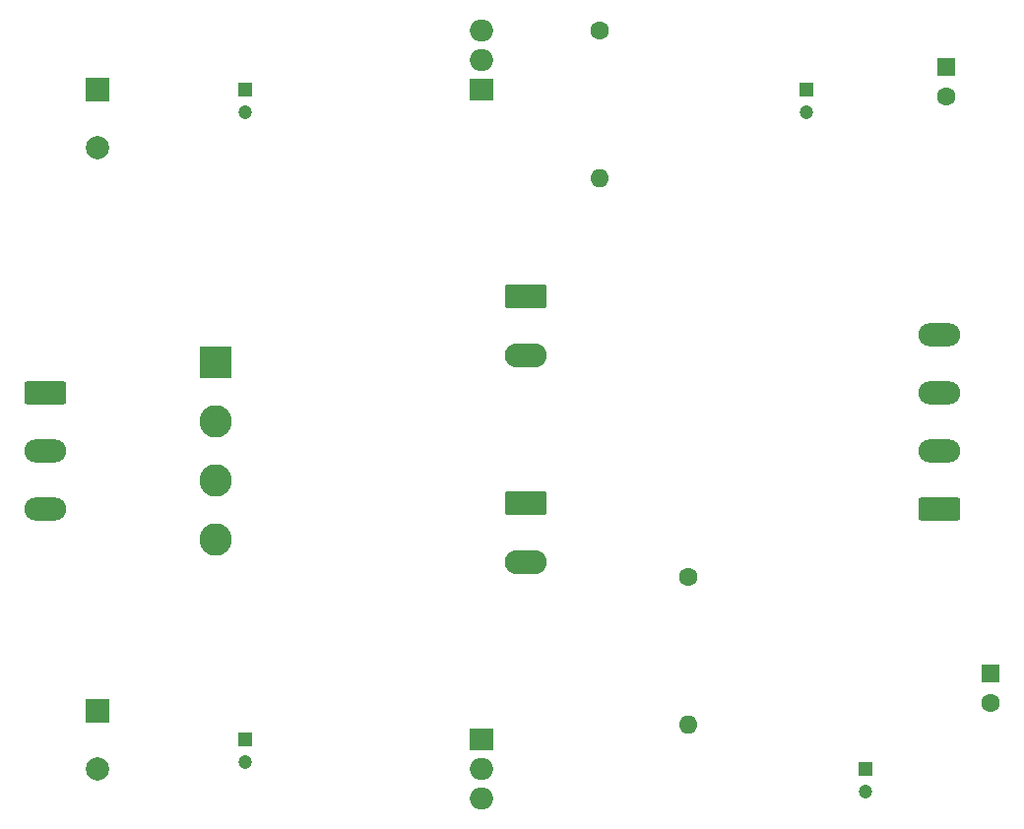
<source format=gbr>
%TF.GenerationSoftware,KiCad,Pcbnew,(6.0.7)*%
%TF.CreationDate,2022-09-22T15:33:20-05:00*%
%TF.ProjectId,2611,32363131-2e6b-4696-9361-645f70636258,rev?*%
%TF.SameCoordinates,Original*%
%TF.FileFunction,Copper,L1,Top*%
%TF.FilePolarity,Positive*%
%FSLAX46Y46*%
G04 Gerber Fmt 4.6, Leading zero omitted, Abs format (unit mm)*
G04 Created by KiCad (PCBNEW (6.0.7)) date 2022-09-22 15:33:20*
%MOMM*%
%LPD*%
G01*
G04 APERTURE LIST*
G04 Aperture macros list*
%AMRoundRect*
0 Rectangle with rounded corners*
0 $1 Rounding radius*
0 $2 $3 $4 $5 $6 $7 $8 $9 X,Y pos of 4 corners*
0 Add a 4 corners polygon primitive as box body*
4,1,4,$2,$3,$4,$5,$6,$7,$8,$9,$2,$3,0*
0 Add four circle primitives for the rounded corners*
1,1,$1+$1,$2,$3*
1,1,$1+$1,$4,$5*
1,1,$1+$1,$6,$7*
1,1,$1+$1,$8,$9*
0 Add four rect primitives between the rounded corners*
20,1,$1+$1,$2,$3,$4,$5,0*
20,1,$1+$1,$4,$5,$6,$7,0*
20,1,$1+$1,$6,$7,$8,$9,0*
20,1,$1+$1,$8,$9,$2,$3,0*%
G04 Aperture macros list end*
%TA.AperFunction,ComponentPad*%
%ADD10C,1.600000*%
%TD*%
%TA.AperFunction,ComponentPad*%
%ADD11O,1.600000X1.600000*%
%TD*%
%TA.AperFunction,ComponentPad*%
%ADD12R,1.600000X1.600000*%
%TD*%
%TA.AperFunction,ComponentPad*%
%ADD13RoundRect,0.249999X-1.550001X0.790001X-1.550001X-0.790001X1.550001X-0.790001X1.550001X0.790001X0*%
%TD*%
%TA.AperFunction,ComponentPad*%
%ADD14O,3.600000X2.080000*%
%TD*%
%TA.AperFunction,ComponentPad*%
%ADD15R,1.200000X1.200000*%
%TD*%
%TA.AperFunction,ComponentPad*%
%ADD16C,1.200000*%
%TD*%
%TA.AperFunction,ComponentPad*%
%ADD17R,2.000000X1.905000*%
%TD*%
%TA.AperFunction,ComponentPad*%
%ADD18O,2.000000X1.905000*%
%TD*%
%TA.AperFunction,ComponentPad*%
%ADD19R,2.000000X2.000000*%
%TD*%
%TA.AperFunction,ComponentPad*%
%ADD20C,2.000000*%
%TD*%
%TA.AperFunction,ComponentPad*%
%ADD21RoundRect,0.250000X-1.550000X0.750000X-1.550000X-0.750000X1.550000X-0.750000X1.550000X0.750000X0*%
%TD*%
%TA.AperFunction,ComponentPad*%
%ADD22O,3.600000X2.000000*%
%TD*%
%TA.AperFunction,ComponentPad*%
%ADD23RoundRect,0.250000X1.550000X-0.750000X1.550000X0.750000X-1.550000X0.750000X-1.550000X-0.750000X0*%
%TD*%
%TA.AperFunction,ComponentPad*%
%ADD24R,2.800000X2.800000*%
%TD*%
%TA.AperFunction,ComponentPad*%
%ADD25C,2.800000*%
%TD*%
G04 APERTURE END LIST*
D10*
%TO.P,R1,1*%
%TO.N,Net-(J4-Pad4)*%
X139700000Y-73660000D03*
D11*
%TO.P,R1,2*%
%TO.N,Net-(J2-Pad1)*%
X139700000Y-86360000D03*
%TD*%
D10*
%TO.P,R2,1*%
%TO.N,Net-(J3-Pad2)*%
X147320000Y-120650000D03*
D11*
%TO.P,R2,2*%
%TO.N,Net-(C6-Pad2)*%
X147320000Y-133350000D03*
%TD*%
D12*
%TO.P,C7,1*%
%TO.N,Net-(J4-Pad4)*%
X169545000Y-76835000D03*
D10*
%TO.P,C7,2*%
%TO.N,Net-(C1-Pad2)*%
X169545000Y-79335000D03*
%TD*%
D13*
%TO.P,J3,1,Pin_1*%
%TO.N,Net-(C1-Pad2)*%
X133317500Y-114300000D03*
D14*
%TO.P,J3,2,Pin_2*%
%TO.N,Net-(J3-Pad2)*%
X133317500Y-119380000D03*
%TD*%
D15*
%TO.P,C6,1*%
%TO.N,Net-(C1-Pad2)*%
X162560000Y-137160000D03*
D16*
%TO.P,C6,2*%
%TO.N,Net-(C6-Pad2)*%
X162560000Y-139160000D03*
%TD*%
D17*
%TO.P,U1,1,ADJ*%
%TO.N,Net-(J2-Pad1)*%
X129540000Y-78740000D03*
D18*
%TO.P,U1,2,VO*%
%TO.N,Net-(J4-Pad4)*%
X129540000Y-76200000D03*
%TO.P,U1,3,VI*%
%TO.N,Net-(C1-Pad1)*%
X129540000Y-73660000D03*
%TD*%
D15*
%TO.P,C3,1*%
%TO.N,Net-(C1-Pad1)*%
X109220000Y-78740000D03*
D16*
%TO.P,C3,2*%
%TO.N,Net-(C1-Pad2)*%
X109220000Y-80740000D03*
%TD*%
D19*
%TO.P,C2,1*%
%TO.N,Net-(C1-Pad2)*%
X96520000Y-132160000D03*
D20*
%TO.P,C2,2*%
%TO.N,Net-(C2-Pad2)*%
X96520000Y-137160000D03*
%TD*%
D21*
%TO.P,J1,1,Pin_1*%
%TO.N,Net-(D1-Pad2)*%
X92042500Y-104855000D03*
D22*
%TO.P,J1,2,Pin_2*%
%TO.N,Net-(C1-Pad2)*%
X92042500Y-109855000D03*
%TO.P,J1,3,Pin_3*%
%TO.N,Net-(D1-Pad3)*%
X92042500Y-114855000D03*
%TD*%
D23*
%TO.P,J4,1,Pin_1*%
%TO.N,Net-(C6-Pad2)*%
X168942500Y-114815000D03*
D22*
%TO.P,J4,2,Pin_2*%
%TO.N,Net-(C1-Pad2)*%
X168942500Y-109815000D03*
%TO.P,J4,3,Pin_3*%
X168942500Y-104815000D03*
%TO.P,J4,4,Pin_4*%
%TO.N,Net-(J4-Pad4)*%
X168942500Y-99815000D03*
%TD*%
D15*
%TO.P,C4,1*%
%TO.N,Net-(C1-Pad2)*%
X109220000Y-134620000D03*
D16*
%TO.P,C4,2*%
%TO.N,Net-(C2-Pad2)*%
X109220000Y-136620000D03*
%TD*%
D17*
%TO.P,U2,1,ADJ*%
%TO.N,Net-(J3-Pad2)*%
X129540000Y-134620000D03*
D18*
%TO.P,U2,2,VI*%
%TO.N,Net-(C2-Pad2)*%
X129540000Y-137160000D03*
%TO.P,U2,3,VO*%
%TO.N,Net-(C6-Pad2)*%
X129540000Y-139700000D03*
%TD*%
D19*
%TO.P,C1,1*%
%TO.N,Net-(C1-Pad1)*%
X96520000Y-78740000D03*
D20*
%TO.P,C1,2*%
%TO.N,Net-(C1-Pad2)*%
X96520000Y-83740000D03*
%TD*%
D12*
%TO.P,C8,1*%
%TO.N,Net-(C1-Pad2)*%
X173355000Y-128992621D03*
D10*
%TO.P,C8,2*%
%TO.N,Net-(C6-Pad2)*%
X173355000Y-131492621D03*
%TD*%
D24*
%TO.P,D1,1,+*%
%TO.N,Net-(C1-Pad1)*%
X106680000Y-102235000D03*
D25*
%TO.P,D1,2*%
%TO.N,Net-(D1-Pad2)*%
X106680000Y-107315000D03*
%TO.P,D1,3*%
%TO.N,Net-(D1-Pad3)*%
X106680000Y-112395000D03*
%TO.P,D1,4,-*%
%TO.N,Net-(C2-Pad2)*%
X106680000Y-117475000D03*
%TD*%
D13*
%TO.P,J2,1,Pin_1*%
%TO.N,Net-(J2-Pad1)*%
X133317500Y-96520000D03*
D14*
%TO.P,J2,2,Pin_2*%
%TO.N,Net-(C1-Pad2)*%
X133317500Y-101600000D03*
%TD*%
D15*
%TO.P,C5,1*%
%TO.N,Net-(J4-Pad4)*%
X157480000Y-78740000D03*
D16*
%TO.P,C5,2*%
%TO.N,Net-(C1-Pad2)*%
X157480000Y-80740000D03*
%TD*%
M02*

</source>
